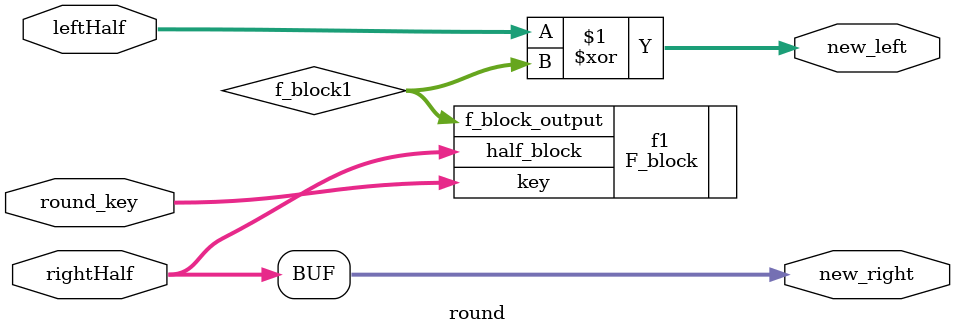
<source format=v>
`timescale 1ns / 1ps

module round(input [1:32] leftHalf, input [1:32] rightHalf, input [1:48] round_key,output [1:32]new_left,output [1:32] new_right
    );

wire [1:32] f_block1;

F_block f1(.key(round_key),.half_block(rightHalf),.f_block_output(f_block1));

assign new_left = leftHalf ^ f_block1;
assign new_right = rightHalf;
	 

endmodule



</source>
